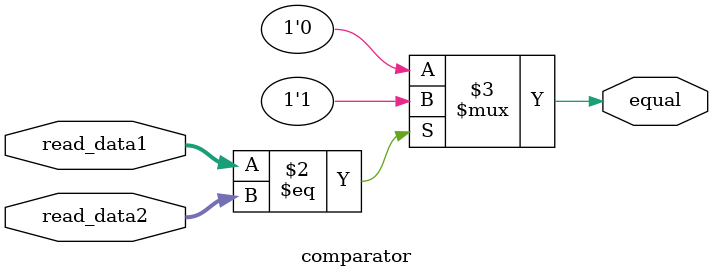
<source format=v>
module comparator(read_data1, read_data2, equal);
    input [31:0] read_data1 , read_data2;
    output reg equal;

    always @(read_data1 or read_data2) begin
        equal = (read_data1 == read_data2) ? 1'b1 : 1'b0;
    end
endmodule
</source>
